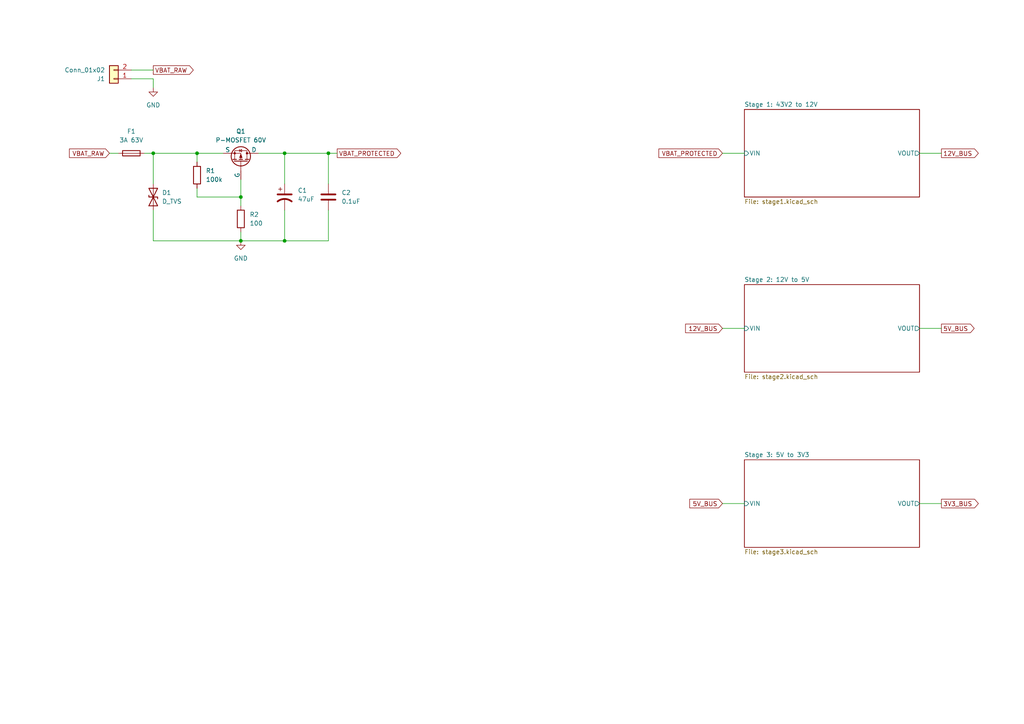
<source format=kicad_sch>
(kicad_sch
	(version 20250114)
	(generator "eeschema")
	(generator_version "9.0")
	(uuid "60722063-abcd-445d-bfe3-2bc3b4deef0d")
	(paper "A4")
	(title_block
		(title "Power Distribution Board - F25 Skateboard")
		(date "2025-10-05")
		(rev "v1")
		(company "Author: Leopoldo Mendoza")
	)
	(lib_symbols
		(symbol "Connector_Generic:Conn_01x02"
			(pin_names
				(offset 1.016)
				(hide yes)
			)
			(exclude_from_sim no)
			(in_bom yes)
			(on_board yes)
			(property "Reference" "J"
				(at 0 2.54 0)
				(effects
					(font
						(size 1.27 1.27)
					)
				)
			)
			(property "Value" "Conn_01x02"
				(at 0 -5.08 0)
				(effects
					(font
						(size 1.27 1.27)
					)
				)
			)
			(property "Footprint" ""
				(at 0 0 0)
				(effects
					(font
						(size 1.27 1.27)
					)
					(hide yes)
				)
			)
			(property "Datasheet" "~"
				(at 0 0 0)
				(effects
					(font
						(size 1.27 1.27)
					)
					(hide yes)
				)
			)
			(property "Description" "Generic connector, single row, 01x02, script generated (kicad-library-utils/schlib/autogen/connector/)"
				(at 0 0 0)
				(effects
					(font
						(size 1.27 1.27)
					)
					(hide yes)
				)
			)
			(property "ki_keywords" "connector"
				(at 0 0 0)
				(effects
					(font
						(size 1.27 1.27)
					)
					(hide yes)
				)
			)
			(property "ki_fp_filters" "Connector*:*_1x??_*"
				(at 0 0 0)
				(effects
					(font
						(size 1.27 1.27)
					)
					(hide yes)
				)
			)
			(symbol "Conn_01x02_1_1"
				(rectangle
					(start -1.27 1.27)
					(end 1.27 -3.81)
					(stroke
						(width 0.254)
						(type default)
					)
					(fill
						(type background)
					)
				)
				(rectangle
					(start -1.27 0.127)
					(end 0 -0.127)
					(stroke
						(width 0.1524)
						(type default)
					)
					(fill
						(type none)
					)
				)
				(rectangle
					(start -1.27 -2.413)
					(end 0 -2.667)
					(stroke
						(width 0.1524)
						(type default)
					)
					(fill
						(type none)
					)
				)
				(pin passive line
					(at -5.08 0 0)
					(length 3.81)
					(name "Pin_1"
						(effects
							(font
								(size 1.27 1.27)
							)
						)
					)
					(number "1"
						(effects
							(font
								(size 1.27 1.27)
							)
						)
					)
				)
				(pin passive line
					(at -5.08 -2.54 0)
					(length 3.81)
					(name "Pin_2"
						(effects
							(font
								(size 1.27 1.27)
							)
						)
					)
					(number "2"
						(effects
							(font
								(size 1.27 1.27)
							)
						)
					)
				)
			)
			(embedded_fonts no)
		)
		(symbol "Device:C"
			(pin_numbers
				(hide yes)
			)
			(pin_names
				(offset 0.254)
			)
			(exclude_from_sim no)
			(in_bom yes)
			(on_board yes)
			(property "Reference" "C"
				(at 0.635 2.54 0)
				(effects
					(font
						(size 1.27 1.27)
					)
					(justify left)
				)
			)
			(property "Value" "C"
				(at 0.635 -2.54 0)
				(effects
					(font
						(size 1.27 1.27)
					)
					(justify left)
				)
			)
			(property "Footprint" ""
				(at 0.9652 -3.81 0)
				(effects
					(font
						(size 1.27 1.27)
					)
					(hide yes)
				)
			)
			(property "Datasheet" "~"
				(at 0 0 0)
				(effects
					(font
						(size 1.27 1.27)
					)
					(hide yes)
				)
			)
			(property "Description" "Unpolarized capacitor"
				(at 0 0 0)
				(effects
					(font
						(size 1.27 1.27)
					)
					(hide yes)
				)
			)
			(property "ki_keywords" "cap capacitor"
				(at 0 0 0)
				(effects
					(font
						(size 1.27 1.27)
					)
					(hide yes)
				)
			)
			(property "ki_fp_filters" "C_*"
				(at 0 0 0)
				(effects
					(font
						(size 1.27 1.27)
					)
					(hide yes)
				)
			)
			(symbol "C_0_1"
				(polyline
					(pts
						(xy -2.032 0.762) (xy 2.032 0.762)
					)
					(stroke
						(width 0.508)
						(type default)
					)
					(fill
						(type none)
					)
				)
				(polyline
					(pts
						(xy -2.032 -0.762) (xy 2.032 -0.762)
					)
					(stroke
						(width 0.508)
						(type default)
					)
					(fill
						(type none)
					)
				)
			)
			(symbol "C_1_1"
				(pin passive line
					(at 0 3.81 270)
					(length 2.794)
					(name "~"
						(effects
							(font
								(size 1.27 1.27)
							)
						)
					)
					(number "1"
						(effects
							(font
								(size 1.27 1.27)
							)
						)
					)
				)
				(pin passive line
					(at 0 -3.81 90)
					(length 2.794)
					(name "~"
						(effects
							(font
								(size 1.27 1.27)
							)
						)
					)
					(number "2"
						(effects
							(font
								(size 1.27 1.27)
							)
						)
					)
				)
			)
			(embedded_fonts no)
		)
		(symbol "Device:C_Polarized_US"
			(pin_numbers
				(hide yes)
			)
			(pin_names
				(offset 0.254)
				(hide yes)
			)
			(exclude_from_sim no)
			(in_bom yes)
			(on_board yes)
			(property "Reference" "C"
				(at 0.635 2.54 0)
				(effects
					(font
						(size 1.27 1.27)
					)
					(justify left)
				)
			)
			(property "Value" "C_Polarized_US"
				(at 0.635 -2.54 0)
				(effects
					(font
						(size 1.27 1.27)
					)
					(justify left)
				)
			)
			(property "Footprint" ""
				(at 0 0 0)
				(effects
					(font
						(size 1.27 1.27)
					)
					(hide yes)
				)
			)
			(property "Datasheet" "~"
				(at 0 0 0)
				(effects
					(font
						(size 1.27 1.27)
					)
					(hide yes)
				)
			)
			(property "Description" "Polarized capacitor, US symbol"
				(at 0 0 0)
				(effects
					(font
						(size 1.27 1.27)
					)
					(hide yes)
				)
			)
			(property "ki_keywords" "cap capacitor"
				(at 0 0 0)
				(effects
					(font
						(size 1.27 1.27)
					)
					(hide yes)
				)
			)
			(property "ki_fp_filters" "CP_*"
				(at 0 0 0)
				(effects
					(font
						(size 1.27 1.27)
					)
					(hide yes)
				)
			)
			(symbol "C_Polarized_US_0_1"
				(polyline
					(pts
						(xy -2.032 0.762) (xy 2.032 0.762)
					)
					(stroke
						(width 0.508)
						(type default)
					)
					(fill
						(type none)
					)
				)
				(polyline
					(pts
						(xy -1.778 2.286) (xy -0.762 2.286)
					)
					(stroke
						(width 0)
						(type default)
					)
					(fill
						(type none)
					)
				)
				(polyline
					(pts
						(xy -1.27 1.778) (xy -1.27 2.794)
					)
					(stroke
						(width 0)
						(type default)
					)
					(fill
						(type none)
					)
				)
				(arc
					(start -2.032 -1.27)
					(mid 0 -0.5572)
					(end 2.032 -1.27)
					(stroke
						(width 0.508)
						(type default)
					)
					(fill
						(type none)
					)
				)
			)
			(symbol "C_Polarized_US_1_1"
				(pin passive line
					(at 0 3.81 270)
					(length 2.794)
					(name "~"
						(effects
							(font
								(size 1.27 1.27)
							)
						)
					)
					(number "1"
						(effects
							(font
								(size 1.27 1.27)
							)
						)
					)
				)
				(pin passive line
					(at 0 -3.81 90)
					(length 3.302)
					(name "~"
						(effects
							(font
								(size 1.27 1.27)
							)
						)
					)
					(number "2"
						(effects
							(font
								(size 1.27 1.27)
							)
						)
					)
				)
			)
			(embedded_fonts no)
		)
		(symbol "Device:D_TVS"
			(pin_numbers
				(hide yes)
			)
			(pin_names
				(offset 1.016)
				(hide yes)
			)
			(exclude_from_sim no)
			(in_bom yes)
			(on_board yes)
			(property "Reference" "D"
				(at 0 2.54 0)
				(effects
					(font
						(size 1.27 1.27)
					)
				)
			)
			(property "Value" "D_TVS"
				(at 0 -2.54 0)
				(effects
					(font
						(size 1.27 1.27)
					)
				)
			)
			(property "Footprint" ""
				(at 0 0 0)
				(effects
					(font
						(size 1.27 1.27)
					)
					(hide yes)
				)
			)
			(property "Datasheet" "~"
				(at 0 0 0)
				(effects
					(font
						(size 1.27 1.27)
					)
					(hide yes)
				)
			)
			(property "Description" "Bidirectional transient-voltage-suppression diode"
				(at 0 0 0)
				(effects
					(font
						(size 1.27 1.27)
					)
					(hide yes)
				)
			)
			(property "ki_keywords" "diode TVS thyrector"
				(at 0 0 0)
				(effects
					(font
						(size 1.27 1.27)
					)
					(hide yes)
				)
			)
			(property "ki_fp_filters" "TO-???* *_Diode_* *SingleDiode* D_*"
				(at 0 0 0)
				(effects
					(font
						(size 1.27 1.27)
					)
					(hide yes)
				)
			)
			(symbol "D_TVS_0_1"
				(polyline
					(pts
						(xy -2.54 1.27) (xy -2.54 -1.27) (xy 2.54 1.27) (xy 2.54 -1.27) (xy -2.54 1.27)
					)
					(stroke
						(width 0.254)
						(type default)
					)
					(fill
						(type none)
					)
				)
				(polyline
					(pts
						(xy 0.508 1.27) (xy 0 1.27) (xy 0 -1.27) (xy -0.508 -1.27)
					)
					(stroke
						(width 0.254)
						(type default)
					)
					(fill
						(type none)
					)
				)
				(polyline
					(pts
						(xy 1.27 0) (xy -1.27 0)
					)
					(stroke
						(width 0)
						(type default)
					)
					(fill
						(type none)
					)
				)
			)
			(symbol "D_TVS_1_1"
				(pin passive line
					(at -3.81 0 0)
					(length 2.54)
					(name "A1"
						(effects
							(font
								(size 1.27 1.27)
							)
						)
					)
					(number "1"
						(effects
							(font
								(size 1.27 1.27)
							)
						)
					)
				)
				(pin passive line
					(at 3.81 0 180)
					(length 2.54)
					(name "A2"
						(effects
							(font
								(size 1.27 1.27)
							)
						)
					)
					(number "2"
						(effects
							(font
								(size 1.27 1.27)
							)
						)
					)
				)
			)
			(embedded_fonts no)
		)
		(symbol "Device:Fuse"
			(pin_numbers
				(hide yes)
			)
			(pin_names
				(offset 0)
			)
			(exclude_from_sim no)
			(in_bom yes)
			(on_board yes)
			(property "Reference" "F"
				(at 2.032 0 90)
				(effects
					(font
						(size 1.27 1.27)
					)
				)
			)
			(property "Value" "Fuse"
				(at -1.905 0 90)
				(effects
					(font
						(size 1.27 1.27)
					)
				)
			)
			(property "Footprint" ""
				(at -1.778 0 90)
				(effects
					(font
						(size 1.27 1.27)
					)
					(hide yes)
				)
			)
			(property "Datasheet" "~"
				(at 0 0 0)
				(effects
					(font
						(size 1.27 1.27)
					)
					(hide yes)
				)
			)
			(property "Description" "Fuse"
				(at 0 0 0)
				(effects
					(font
						(size 1.27 1.27)
					)
					(hide yes)
				)
			)
			(property "ki_keywords" "fuse"
				(at 0 0 0)
				(effects
					(font
						(size 1.27 1.27)
					)
					(hide yes)
				)
			)
			(property "ki_fp_filters" "*Fuse*"
				(at 0 0 0)
				(effects
					(font
						(size 1.27 1.27)
					)
					(hide yes)
				)
			)
			(symbol "Fuse_0_1"
				(rectangle
					(start -0.762 -2.54)
					(end 0.762 2.54)
					(stroke
						(width 0.254)
						(type default)
					)
					(fill
						(type none)
					)
				)
				(polyline
					(pts
						(xy 0 2.54) (xy 0 -2.54)
					)
					(stroke
						(width 0)
						(type default)
					)
					(fill
						(type none)
					)
				)
			)
			(symbol "Fuse_1_1"
				(pin passive line
					(at 0 3.81 270)
					(length 1.27)
					(name "~"
						(effects
							(font
								(size 1.27 1.27)
							)
						)
					)
					(number "1"
						(effects
							(font
								(size 1.27 1.27)
							)
						)
					)
				)
				(pin passive line
					(at 0 -3.81 90)
					(length 1.27)
					(name "~"
						(effects
							(font
								(size 1.27 1.27)
							)
						)
					)
					(number "2"
						(effects
							(font
								(size 1.27 1.27)
							)
						)
					)
				)
			)
			(embedded_fonts no)
		)
		(symbol "Device:Q_PMOS"
			(pin_numbers
				(hide yes)
			)
			(pin_names
				(offset 0)
			)
			(exclude_from_sim no)
			(in_bom yes)
			(on_board yes)
			(property "Reference" "Q"
				(at 5.08 1.27 0)
				(effects
					(font
						(size 1.27 1.27)
					)
					(justify left)
				)
			)
			(property "Value" "Q_PMOS"
				(at 5.08 -1.27 0)
				(effects
					(font
						(size 1.27 1.27)
					)
					(justify left)
				)
			)
			(property "Footprint" ""
				(at 5.08 2.54 0)
				(effects
					(font
						(size 1.27 1.27)
					)
					(hide yes)
				)
			)
			(property "Datasheet" "~"
				(at 0 0 0)
				(effects
					(font
						(size 1.27 1.27)
					)
					(hide yes)
				)
			)
			(property "Description" "P-MOSFET transistor"
				(at 0 0 0)
				(effects
					(font
						(size 1.27 1.27)
					)
					(hide yes)
				)
			)
			(property "ki_keywords" "PMOS P-MOS"
				(at 0 0 0)
				(effects
					(font
						(size 1.27 1.27)
					)
					(hide yes)
				)
			)
			(symbol "Q_PMOS_0_1"
				(polyline
					(pts
						(xy 0.254 1.905) (xy 0.254 -1.905)
					)
					(stroke
						(width 0.254)
						(type default)
					)
					(fill
						(type none)
					)
				)
				(polyline
					(pts
						(xy 0.254 0) (xy -2.54 0)
					)
					(stroke
						(width 0)
						(type default)
					)
					(fill
						(type none)
					)
				)
				(polyline
					(pts
						(xy 0.762 2.286) (xy 0.762 1.27)
					)
					(stroke
						(width 0.254)
						(type default)
					)
					(fill
						(type none)
					)
				)
				(polyline
					(pts
						(xy 0.762 1.778) (xy 3.302 1.778) (xy 3.302 -1.778) (xy 0.762 -1.778)
					)
					(stroke
						(width 0)
						(type default)
					)
					(fill
						(type none)
					)
				)
				(polyline
					(pts
						(xy 0.762 0.508) (xy 0.762 -0.508)
					)
					(stroke
						(width 0.254)
						(type default)
					)
					(fill
						(type none)
					)
				)
				(polyline
					(pts
						(xy 0.762 -1.27) (xy 0.762 -2.286)
					)
					(stroke
						(width 0.254)
						(type default)
					)
					(fill
						(type none)
					)
				)
				(circle
					(center 1.651 0)
					(radius 2.794)
					(stroke
						(width 0.254)
						(type default)
					)
					(fill
						(type none)
					)
				)
				(polyline
					(pts
						(xy 2.286 0) (xy 1.27 0.381) (xy 1.27 -0.381) (xy 2.286 0)
					)
					(stroke
						(width 0)
						(type default)
					)
					(fill
						(type outline)
					)
				)
				(polyline
					(pts
						(xy 2.54 2.54) (xy 2.54 1.778)
					)
					(stroke
						(width 0)
						(type default)
					)
					(fill
						(type none)
					)
				)
				(circle
					(center 2.54 1.778)
					(radius 0.254)
					(stroke
						(width 0)
						(type default)
					)
					(fill
						(type outline)
					)
				)
				(circle
					(center 2.54 -1.778)
					(radius 0.254)
					(stroke
						(width 0)
						(type default)
					)
					(fill
						(type outline)
					)
				)
				(polyline
					(pts
						(xy 2.54 -2.54) (xy 2.54 0) (xy 0.762 0)
					)
					(stroke
						(width 0)
						(type default)
					)
					(fill
						(type none)
					)
				)
				(polyline
					(pts
						(xy 2.921 -0.381) (xy 3.683 -0.381)
					)
					(stroke
						(width 0)
						(type default)
					)
					(fill
						(type none)
					)
				)
				(polyline
					(pts
						(xy 3.302 -0.381) (xy 2.921 0.254) (xy 3.683 0.254) (xy 3.302 -0.381)
					)
					(stroke
						(width 0)
						(type default)
					)
					(fill
						(type none)
					)
				)
			)
			(symbol "Q_PMOS_1_1"
				(pin input line
					(at -5.08 0 0)
					(length 2.54)
					(name "G"
						(effects
							(font
								(size 1.27 1.27)
							)
						)
					)
					(number "G"
						(effects
							(font
								(size 1.27 1.27)
							)
						)
					)
				)
				(pin passive line
					(at 2.54 5.08 270)
					(length 2.54)
					(name "D"
						(effects
							(font
								(size 1.27 1.27)
							)
						)
					)
					(number "D"
						(effects
							(font
								(size 1.27 1.27)
							)
						)
					)
				)
				(pin passive line
					(at 2.54 -5.08 90)
					(length 2.54)
					(name "S"
						(effects
							(font
								(size 1.27 1.27)
							)
						)
					)
					(number "S"
						(effects
							(font
								(size 1.27 1.27)
							)
						)
					)
				)
			)
			(embedded_fonts no)
		)
		(symbol "Device:R"
			(pin_numbers
				(hide yes)
			)
			(pin_names
				(offset 0)
			)
			(exclude_from_sim no)
			(in_bom yes)
			(on_board yes)
			(property "Reference" "R"
				(at 2.032 0 90)
				(effects
					(font
						(size 1.27 1.27)
					)
				)
			)
			(property "Value" "R"
				(at 0 0 90)
				(effects
					(font
						(size 1.27 1.27)
					)
				)
			)
			(property "Footprint" ""
				(at -1.778 0 90)
				(effects
					(font
						(size 1.27 1.27)
					)
					(hide yes)
				)
			)
			(property "Datasheet" "~"
				(at 0 0 0)
				(effects
					(font
						(size 1.27 1.27)
					)
					(hide yes)
				)
			)
			(property "Description" "Resistor"
				(at 0 0 0)
				(effects
					(font
						(size 1.27 1.27)
					)
					(hide yes)
				)
			)
			(property "ki_keywords" "R res resistor"
				(at 0 0 0)
				(effects
					(font
						(size 1.27 1.27)
					)
					(hide yes)
				)
			)
			(property "ki_fp_filters" "R_*"
				(at 0 0 0)
				(effects
					(font
						(size 1.27 1.27)
					)
					(hide yes)
				)
			)
			(symbol "R_0_1"
				(rectangle
					(start -1.016 -2.54)
					(end 1.016 2.54)
					(stroke
						(width 0.254)
						(type default)
					)
					(fill
						(type none)
					)
				)
			)
			(symbol "R_1_1"
				(pin passive line
					(at 0 3.81 270)
					(length 1.27)
					(name "~"
						(effects
							(font
								(size 1.27 1.27)
							)
						)
					)
					(number "1"
						(effects
							(font
								(size 1.27 1.27)
							)
						)
					)
				)
				(pin passive line
					(at 0 -3.81 90)
					(length 1.27)
					(name "~"
						(effects
							(font
								(size 1.27 1.27)
							)
						)
					)
					(number "2"
						(effects
							(font
								(size 1.27 1.27)
							)
						)
					)
				)
			)
			(embedded_fonts no)
		)
		(symbol "power:GND"
			(power)
			(pin_numbers
				(hide yes)
			)
			(pin_names
				(offset 0)
				(hide yes)
			)
			(exclude_from_sim no)
			(in_bom yes)
			(on_board yes)
			(property "Reference" "#PWR"
				(at 0 -6.35 0)
				(effects
					(font
						(size 1.27 1.27)
					)
					(hide yes)
				)
			)
			(property "Value" "GND"
				(at 0 -3.81 0)
				(effects
					(font
						(size 1.27 1.27)
					)
				)
			)
			(property "Footprint" ""
				(at 0 0 0)
				(effects
					(font
						(size 1.27 1.27)
					)
					(hide yes)
				)
			)
			(property "Datasheet" ""
				(at 0 0 0)
				(effects
					(font
						(size 1.27 1.27)
					)
					(hide yes)
				)
			)
			(property "Description" "Power symbol creates a global label with name \"GND\" , ground"
				(at 0 0 0)
				(effects
					(font
						(size 1.27 1.27)
					)
					(hide yes)
				)
			)
			(property "ki_keywords" "global power"
				(at 0 0 0)
				(effects
					(font
						(size 1.27 1.27)
					)
					(hide yes)
				)
			)
			(symbol "GND_0_1"
				(polyline
					(pts
						(xy 0 0) (xy 0 -1.27) (xy 1.27 -1.27) (xy 0 -2.54) (xy -1.27 -1.27) (xy 0 -1.27)
					)
					(stroke
						(width 0)
						(type default)
					)
					(fill
						(type none)
					)
				)
			)
			(symbol "GND_1_1"
				(pin power_in line
					(at 0 0 270)
					(length 0)
					(name "~"
						(effects
							(font
								(size 1.27 1.27)
							)
						)
					)
					(number "1"
						(effects
							(font
								(size 1.27 1.27)
							)
						)
					)
				)
			)
			(embedded_fonts no)
		)
	)
	(junction
		(at 69.85 57.15)
		(diameter 0)
		(color 0 0 0 0)
		(uuid "13d52972-7ad0-4a07-a582-f82ff0f58ff6")
	)
	(junction
		(at 57.15 44.45)
		(diameter 0)
		(color 0 0 0 0)
		(uuid "1f159e1a-97b8-4c13-bc7d-b66cf63d23a9")
	)
	(junction
		(at 69.85 69.85)
		(diameter 0)
		(color 0 0 0 0)
		(uuid "25c762fd-2cee-4b7f-a431-4b20db4363df")
	)
	(junction
		(at 44.45 44.45)
		(diameter 0)
		(color 0 0 0 0)
		(uuid "6812993c-62df-43e7-b930-1a194332d500")
	)
	(junction
		(at 82.55 44.45)
		(diameter 0)
		(color 0 0 0 0)
		(uuid "6a7cf584-ea9f-4a66-b50e-6d35b0512c0f")
	)
	(junction
		(at 95.25 44.45)
		(diameter 0)
		(color 0 0 0 0)
		(uuid "71e64703-c06d-4430-a219-e2744b8efcce")
	)
	(junction
		(at 82.55 69.85)
		(diameter 0)
		(color 0 0 0 0)
		(uuid "c0ce3288-cce4-4fcb-9277-886df8dcec58")
	)
	(wire
		(pts
			(xy 57.15 54.61) (xy 57.15 57.15)
		)
		(stroke
			(width 0)
			(type default)
		)
		(uuid "0dfb8895-56a6-4a7a-be40-7b920718d822")
	)
	(wire
		(pts
			(xy 69.85 69.85) (xy 82.55 69.85)
		)
		(stroke
			(width 0)
			(type default)
		)
		(uuid "15d3b195-6b5f-414b-a7fe-099365ba1e62")
	)
	(wire
		(pts
			(xy 69.85 67.31) (xy 69.85 69.85)
		)
		(stroke
			(width 0)
			(type default)
		)
		(uuid "1f943bcb-9254-42dc-857b-d1c6fcb8ffb6")
	)
	(wire
		(pts
			(xy 266.7 44.45) (xy 273.05 44.45)
		)
		(stroke
			(width 0)
			(type default)
		)
		(uuid "24dc4ead-b341-4578-9d3b-f40314d072de")
	)
	(wire
		(pts
			(xy 41.91 44.45) (xy 44.45 44.45)
		)
		(stroke
			(width 0)
			(type default)
		)
		(uuid "2f10ff26-9317-4371-b385-0715c1fe24c9")
	)
	(wire
		(pts
			(xy 209.55 44.45) (xy 215.9 44.45)
		)
		(stroke
			(width 0)
			(type default)
		)
		(uuid "37db0a94-42ab-4543-a990-70854f415875")
	)
	(wire
		(pts
			(xy 44.45 44.45) (xy 57.15 44.45)
		)
		(stroke
			(width 0)
			(type default)
		)
		(uuid "40bd6682-db52-4c35-85a5-b3d4091f51d3")
	)
	(wire
		(pts
			(xy 266.7 95.25) (xy 273.05 95.25)
		)
		(stroke
			(width 0)
			(type default)
		)
		(uuid "531e194a-65e8-4702-bb75-54ba23500e73")
	)
	(wire
		(pts
			(xy 44.45 20.32) (xy 38.1 20.32)
		)
		(stroke
			(width 0)
			(type default)
		)
		(uuid "5696b473-2e37-4aa1-8e08-2e6dd1812450")
	)
	(wire
		(pts
			(xy 95.25 60.96) (xy 95.25 69.85)
		)
		(stroke
			(width 0)
			(type default)
		)
		(uuid "6298f1e8-560b-4133-b619-5c39ed9d9dd0")
	)
	(wire
		(pts
			(xy 95.25 44.45) (xy 97.79 44.45)
		)
		(stroke
			(width 0)
			(type default)
		)
		(uuid "67b213e1-85fe-47c8-8d35-c58a6f391c21")
	)
	(wire
		(pts
			(xy 209.55 146.05) (xy 215.9 146.05)
		)
		(stroke
			(width 0)
			(type default)
		)
		(uuid "6db42b3a-a512-4636-b736-312eee0ddadf")
	)
	(wire
		(pts
			(xy 95.25 44.45) (xy 95.25 53.34)
		)
		(stroke
			(width 0)
			(type default)
		)
		(uuid "6f2eac93-014b-4514-b0e0-4c4741bf13f5")
	)
	(wire
		(pts
			(xy 82.55 69.85) (xy 95.25 69.85)
		)
		(stroke
			(width 0)
			(type default)
		)
		(uuid "7353978c-15ae-4145-b485-9120f19e8f81")
	)
	(wire
		(pts
			(xy 44.45 22.86) (xy 38.1 22.86)
		)
		(stroke
			(width 0)
			(type default)
		)
		(uuid "7da1d549-bbae-4f33-9a52-fc15fe9828bd")
	)
	(wire
		(pts
			(xy 44.45 22.86) (xy 44.45 25.4)
		)
		(stroke
			(width 0)
			(type default)
		)
		(uuid "8370914c-8cca-4c6d-8600-554a0ad3c174")
	)
	(wire
		(pts
			(xy 31.75 44.45) (xy 34.29 44.45)
		)
		(stroke
			(width 0)
			(type default)
		)
		(uuid "84ff8d69-0dfa-44c2-8351-a2c4c0b896f3")
	)
	(wire
		(pts
			(xy 82.55 44.45) (xy 82.55 53.34)
		)
		(stroke
			(width 0)
			(type default)
		)
		(uuid "9d6bbe44-ce2a-4d9e-8fb1-f3675b0ade98")
	)
	(wire
		(pts
			(xy 69.85 52.07) (xy 69.85 57.15)
		)
		(stroke
			(width 0)
			(type default)
		)
		(uuid "9f89cdcb-78ff-4dd8-b7c0-e308d8df68a3")
	)
	(wire
		(pts
			(xy 44.45 69.85) (xy 69.85 69.85)
		)
		(stroke
			(width 0)
			(type default)
		)
		(uuid "a8a3fa41-0681-421e-b652-e0500ae883a7")
	)
	(wire
		(pts
			(xy 209.55 95.25) (xy 215.9 95.25)
		)
		(stroke
			(width 0)
			(type default)
		)
		(uuid "a9ece3e5-cf1e-4a3c-810d-017b7026d6ed")
	)
	(wire
		(pts
			(xy 44.45 60.96) (xy 44.45 69.85)
		)
		(stroke
			(width 0)
			(type default)
		)
		(uuid "ab9b98c0-c7a1-4328-aa36-43233c5c33c3")
	)
	(wire
		(pts
			(xy 266.7 146.05) (xy 273.05 146.05)
		)
		(stroke
			(width 0)
			(type default)
		)
		(uuid "ae4a3297-b918-423a-b99b-8a492645e08f")
	)
	(wire
		(pts
			(xy 69.85 57.15) (xy 69.85 59.69)
		)
		(stroke
			(width 0)
			(type default)
		)
		(uuid "bb81f63a-a5d0-4ed5-8f63-ebb4e6829136")
	)
	(wire
		(pts
			(xy 57.15 57.15) (xy 69.85 57.15)
		)
		(stroke
			(width 0)
			(type default)
		)
		(uuid "cf2aef1c-dc70-487b-a407-0fc6d6ab6b4f")
	)
	(wire
		(pts
			(xy 44.45 44.45) (xy 44.45 53.34)
		)
		(stroke
			(width 0)
			(type default)
		)
		(uuid "d6101090-f729-4eac-8ae8-611b2111f54a")
	)
	(wire
		(pts
			(xy 82.55 60.96) (xy 82.55 69.85)
		)
		(stroke
			(width 0)
			(type default)
		)
		(uuid "d859cbec-a72b-4c62-87d0-c3a9fcb25bbe")
	)
	(wire
		(pts
			(xy 57.15 44.45) (xy 64.77 44.45)
		)
		(stroke
			(width 0)
			(type default)
		)
		(uuid "db142f30-8228-4440-a14c-bebc75257411")
	)
	(wire
		(pts
			(xy 82.55 44.45) (xy 95.25 44.45)
		)
		(stroke
			(width 0)
			(type default)
		)
		(uuid "e356a5ef-8eb2-4d64-aa0f-3bda95d4b7e7")
	)
	(wire
		(pts
			(xy 74.93 44.45) (xy 82.55 44.45)
		)
		(stroke
			(width 0)
			(type default)
		)
		(uuid "ef009c67-15be-47c0-b783-7a6ce7f6f27b")
	)
	(wire
		(pts
			(xy 57.15 44.45) (xy 57.15 46.99)
		)
		(stroke
			(width 0)
			(type default)
		)
		(uuid "f2b59d03-e8c3-42e9-b62d-aceca0214514")
	)
	(global_label "12V_BUS"
		(shape output)
		(at 273.05 44.45 0)
		(fields_autoplaced yes)
		(effects
			(font
				(size 1.27 1.27)
			)
			(justify left)
		)
		(uuid "30fd414c-54c2-49b6-8977-8fba47b35a0d")
		(property "Intersheetrefs" "${INTERSHEET_REFS}"
			(at 284.3204 44.45 0)
			(effects
				(font
					(size 1.27 1.27)
				)
				(justify left)
				(hide yes)
			)
		)
	)
	(global_label "VBAT_RAW"
		(shape input)
		(at 31.75 44.45 180)
		(fields_autoplaced yes)
		(effects
			(font
				(size 1.27 1.27)
			)
			(justify right)
		)
		(uuid "4a8e2536-9922-4c96-8913-c73cde89dec6")
		(property "Intersheetrefs" "${INTERSHEET_REFS}"
			(at 19.5724 44.45 0)
			(effects
				(font
					(size 1.27 1.27)
				)
				(justify right)
				(hide yes)
			)
		)
	)
	(global_label "VBAT_RAW"
		(shape output)
		(at 44.45 20.32 0)
		(fields_autoplaced yes)
		(effects
			(font
				(size 1.27 1.27)
			)
			(justify left)
		)
		(uuid "5c02c6b7-5440-4f77-b06d-9fa8f80f86c8")
		(property "Intersheetrefs" "${INTERSHEET_REFS}"
			(at 56.6276 20.32 0)
			(effects
				(font
					(size 1.27 1.27)
				)
				(justify left)
				(hide yes)
			)
		)
	)
	(global_label "5V_BUS"
		(shape input)
		(at 209.55 146.05 180)
		(fields_autoplaced yes)
		(effects
			(font
				(size 1.27 1.27)
			)
			(justify right)
		)
		(uuid "86bf9c36-a1b7-40d1-b50e-762fd38894dc")
		(property "Intersheetrefs" "${INTERSHEET_REFS}"
			(at 190.5387 146.05 0)
			(effects
				(font
					(size 1.27 1.27)
				)
				(justify right)
				(hide yes)
			)
		)
	)
	(global_label "3V3_BUS"
		(shape output)
		(at 273.05 146.05 0)
		(fields_autoplaced yes)
		(effects
			(font
				(size 1.27 1.27)
			)
			(justify left)
		)
		(uuid "a736fc56-1814-423d-8505-3ccf3f7ab544")
		(property "Intersheetrefs" "${INTERSHEET_REFS}"
			(at 284.3204 146.05 0)
			(effects
				(font
					(size 1.27 1.27)
				)
				(justify left)
				(hide yes)
			)
		)
	)
	(global_label "VBAT_PROTECTED"
		(shape output)
		(at 97.79 44.45 0)
		(fields_autoplaced yes)
		(effects
			(font
				(size 1.27 1.27)
			)
			(justify left)
		)
		(uuid "b1c75678-a228-4215-aec2-f224fc7f0f29")
		(property "Intersheetrefs" "${INTERSHEET_REFS}"
			(at 116.8013 44.45 0)
			(effects
				(font
					(size 1.27 1.27)
				)
				(justify left)
				(hide yes)
			)
		)
	)
	(global_label "VBAT_PROTECTED"
		(shape input)
		(at 209.55 44.45 180)
		(fields_autoplaced yes)
		(effects
			(font
				(size 1.27 1.27)
			)
			(justify right)
		)
		(uuid "b6729e02-7b89-4960-98cb-ee67a29b3d19")
		(property "Intersheetrefs" "${INTERSHEET_REFS}"
			(at 190.5387 44.45 0)
			(effects
				(font
					(size 1.27 1.27)
				)
				(justify right)
				(hide yes)
			)
		)
	)
	(global_label "12V_BUS"
		(shape input)
		(at 209.55 95.25 180)
		(fields_autoplaced yes)
		(effects
			(font
				(size 1.27 1.27)
			)
			(justify right)
		)
		(uuid "bab32e12-2472-4b1d-8b21-5410a00ff140")
		(property "Intersheetrefs" "${INTERSHEET_REFS}"
			(at 190.5387 95.25 0)
			(effects
				(font
					(size 1.27 1.27)
				)
				(justify right)
				(hide yes)
			)
		)
	)
	(global_label "5V_BUS"
		(shape output)
		(at 273.05 95.25 0)
		(fields_autoplaced yes)
		(effects
			(font
				(size 1.27 1.27)
			)
			(justify left)
		)
		(uuid "f57c3dee-5fb2-4cf7-a651-816d5553c663")
		(property "Intersheetrefs" "${INTERSHEET_REFS}"
			(at 284.3204 95.25 0)
			(effects
				(font
					(size 1.27 1.27)
				)
				(justify left)
				(hide yes)
			)
		)
	)
	(symbol
		(lib_id "Connector_Generic:Conn_01x02")
		(at 33.02 22.86 180)
		(unit 1)
		(exclude_from_sim no)
		(in_bom yes)
		(on_board yes)
		(dnp no)
		(uuid "00a5314b-e564-4397-aba1-83a0de400e4e")
		(property "Reference" "J1"
			(at 30.48 22.8601 0)
			(effects
				(font
					(size 1.27 1.27)
				)
				(justify left)
			)
		)
		(property "Value" "Conn_01x02"
			(at 30.48 20.3201 0)
			(effects
				(font
					(size 1.27 1.27)
				)
				(justify left)
			)
		)
		(property "Footprint" "Connector_AMASS:AMASS_XT30UPB-M_1x02_P5.0mm_Vertical"
			(at 33.02 22.86 0)
			(effects
				(font
					(size 1.27 1.27)
				)
				(hide yes)
			)
		)
		(property "Datasheet" "~"
			(at 33.02 22.86 0)
			(effects
				(font
					(size 1.27 1.27)
				)
				(hide yes)
			)
		)
		(property "Description" "Generic connector, single row, 01x02, script generated (kicad-library-utils/schlib/autogen/connector/)"
			(at 33.02 22.86 0)
			(effects
				(font
					(size 1.27 1.27)
				)
				(hide yes)
			)
		)
		(pin "1"
			(uuid "31cc4fef-f80f-4ce7-8ce0-fdaac1b27661")
		)
		(pin "2"
			(uuid "1a7a864d-e5a8-4d51-bb3a-75fc4f34615d")
		)
		(instances
			(project ""
				(path "/60722063-abcd-445d-bfe3-2bc3b4deef0d"
					(reference "J1")
					(unit 1)
				)
			)
		)
	)
	(symbol
		(lib_id "Device:D_TVS")
		(at 44.45 57.15 90)
		(unit 1)
		(exclude_from_sim no)
		(in_bom yes)
		(on_board yes)
		(dnp no)
		(fields_autoplaced yes)
		(uuid "2c88b229-7541-4f99-b65b-84bc3801ccb4")
		(property "Reference" "D1"
			(at 46.99 55.8799 90)
			(effects
				(font
					(size 1.27 1.27)
				)
				(justify right)
			)
		)
		(property "Value" "D_TVS"
			(at 46.99 58.4199 90)
			(effects
				(font
					(size 1.27 1.27)
				)
				(justify right)
			)
		)
		(property "Footprint" ""
			(at 44.45 57.15 0)
			(effects
				(font
					(size 1.27 1.27)
				)
				(hide yes)
			)
		)
		(property "Datasheet" "~"
			(at 44.45 57.15 0)
			(effects
				(font
					(size 1.27 1.27)
				)
				(hide yes)
			)
		)
		(property "Description" "Bidirectional transient-voltage-suppression diode"
			(at 44.45 57.15 0)
			(effects
				(font
					(size 1.27 1.27)
				)
				(hide yes)
			)
		)
		(pin "2"
			(uuid "92153e80-612c-4ed9-9460-f5ae642704b8")
		)
		(pin "1"
			(uuid "18fe3d82-5ff8-4a68-ab23-bdaceca8cdc7")
		)
		(instances
			(project ""
				(path "/60722063-abcd-445d-bfe3-2bc3b4deef0d"
					(reference "D1")
					(unit 1)
				)
			)
		)
	)
	(symbol
		(lib_id "power:GND")
		(at 44.45 25.4 0)
		(mirror y)
		(unit 1)
		(exclude_from_sim no)
		(in_bom yes)
		(on_board yes)
		(dnp no)
		(fields_autoplaced yes)
		(uuid "5b0c6b11-2864-482c-a06a-391c03fc827c")
		(property "Reference" "#PWR01"
			(at 44.45 31.75 0)
			(effects
				(font
					(size 1.27 1.27)
				)
				(hide yes)
			)
		)
		(property "Value" "GND"
			(at 44.45 30.48 0)
			(effects
				(font
					(size 1.27 1.27)
				)
			)
		)
		(property "Footprint" ""
			(at 44.45 25.4 0)
			(effects
				(font
					(size 1.27 1.27)
				)
				(hide yes)
			)
		)
		(property "Datasheet" ""
			(at 44.45 25.4 0)
			(effects
				(font
					(size 1.27 1.27)
				)
				(hide yes)
			)
		)
		(property "Description" "Power symbol creates a global label with name \"GND\" , ground"
			(at 44.45 25.4 0)
			(effects
				(font
					(size 1.27 1.27)
				)
				(hide yes)
			)
		)
		(pin "1"
			(uuid "fbf1fb31-74da-4c40-ab02-1df76ad49fb0")
		)
		(instances
			(project ""
				(path "/60722063-abcd-445d-bfe3-2bc3b4deef0d"
					(reference "#PWR01")
					(unit 1)
				)
			)
		)
	)
	(symbol
		(lib_id "Device:R")
		(at 69.85 63.5 0)
		(unit 1)
		(exclude_from_sim no)
		(in_bom yes)
		(on_board yes)
		(dnp no)
		(fields_autoplaced yes)
		(uuid "8d8adfd0-5e3d-4090-8120-b00fae2b11f9")
		(property "Reference" "R2"
			(at 72.39 62.2299 0)
			(effects
				(font
					(size 1.27 1.27)
				)
				(justify left)
			)
		)
		(property "Value" "100"
			(at 72.39 64.7699 0)
			(effects
				(font
					(size 1.27 1.27)
				)
				(justify left)
			)
		)
		(property "Footprint" ""
			(at 68.072 63.5 90)
			(effects
				(font
					(size 1.27 1.27)
				)
				(hide yes)
			)
		)
		(property "Datasheet" "~"
			(at 69.85 63.5 0)
			(effects
				(font
					(size 1.27 1.27)
				)
				(hide yes)
			)
		)
		(property "Description" "Resistor"
			(at 69.85 63.5 0)
			(effects
				(font
					(size 1.27 1.27)
				)
				(hide yes)
			)
		)
		(pin "1"
			(uuid "76299e1e-303f-4bf3-8bc1-a969e4dbb497")
		)
		(pin "2"
			(uuid "ea8d70bf-82d8-4586-b589-a848386e0307")
		)
		(instances
			(project ""
				(path "/60722063-abcd-445d-bfe3-2bc3b4deef0d"
					(reference "R2")
					(unit 1)
				)
			)
		)
	)
	(symbol
		(lib_id "Device:C_Polarized_US")
		(at 82.55 57.15 0)
		(unit 1)
		(exclude_from_sim no)
		(in_bom yes)
		(on_board yes)
		(dnp no)
		(fields_autoplaced yes)
		(uuid "98af1ee5-2a74-467b-858a-6fb0f325de14")
		(property "Reference" "C1"
			(at 86.36 55.2449 0)
			(effects
				(font
					(size 1.27 1.27)
				)
				(justify left)
			)
		)
		(property "Value" "47uF"
			(at 86.36 57.7849 0)
			(effects
				(font
					(size 1.27 1.27)
				)
				(justify left)
			)
		)
		(property "Footprint" ""
			(at 82.55 57.15 0)
			(effects
				(font
					(size 1.27 1.27)
				)
				(hide yes)
			)
		)
		(property "Datasheet" "~"
			(at 82.55 57.15 0)
			(effects
				(font
					(size 1.27 1.27)
				)
				(hide yes)
			)
		)
		(property "Description" "Polarized capacitor, US symbol"
			(at 82.55 57.15 0)
			(effects
				(font
					(size 1.27 1.27)
				)
				(hide yes)
			)
		)
		(pin "2"
			(uuid "52cfbfc9-7a6a-4b58-8c97-c76c2879454a")
		)
		(pin "1"
			(uuid "ae2326bd-885f-438d-bbe1-230620b21236")
		)
		(instances
			(project ""
				(path "/60722063-abcd-445d-bfe3-2bc3b4deef0d"
					(reference "C1")
					(unit 1)
				)
			)
		)
	)
	(symbol
		(lib_id "Device:R")
		(at 57.15 50.8 0)
		(unit 1)
		(exclude_from_sim no)
		(in_bom yes)
		(on_board yes)
		(dnp no)
		(fields_autoplaced yes)
		(uuid "a7547a90-84c6-4a4a-992f-43a6e3e0db65")
		(property "Reference" "R1"
			(at 59.69 49.5299 0)
			(effects
				(font
					(size 1.27 1.27)
				)
				(justify left)
			)
		)
		(property "Value" "100k"
			(at 59.69 52.0699 0)
			(effects
				(font
					(size 1.27 1.27)
				)
				(justify left)
			)
		)
		(property "Footprint" ""
			(at 55.372 50.8 90)
			(effects
				(font
					(size 1.27 1.27)
				)
				(hide yes)
			)
		)
		(property "Datasheet" "~"
			(at 57.15 50.8 0)
			(effects
				(font
					(size 1.27 1.27)
				)
				(hide yes)
			)
		)
		(property "Description" "Resistor"
			(at 57.15 50.8 0)
			(effects
				(font
					(size 1.27 1.27)
				)
				(hide yes)
			)
		)
		(pin "2"
			(uuid "0f69bd0e-610e-4e0c-a1eb-7eb8431f2d4a")
		)
		(pin "1"
			(uuid "da0b72b5-8d7c-48f7-9611-95b71f8a1c03")
		)
		(instances
			(project ""
				(path "/60722063-abcd-445d-bfe3-2bc3b4deef0d"
					(reference "R1")
					(unit 1)
				)
			)
		)
	)
	(symbol
		(lib_id "Device:C")
		(at 95.25 57.15 0)
		(unit 1)
		(exclude_from_sim no)
		(in_bom yes)
		(on_board yes)
		(dnp no)
		(fields_autoplaced yes)
		(uuid "af621999-caaa-4b43-bc00-39c771cb0a25")
		(property "Reference" "C2"
			(at 99.06 55.8799 0)
			(effects
				(font
					(size 1.27 1.27)
				)
				(justify left)
			)
		)
		(property "Value" "0.1uF"
			(at 99.06 58.4199 0)
			(effects
				(font
					(size 1.27 1.27)
				)
				(justify left)
			)
		)
		(property "Footprint" ""
			(at 96.2152 60.96 0)
			(effects
				(font
					(size 1.27 1.27)
				)
				(hide yes)
			)
		)
		(property "Datasheet" "~"
			(at 95.25 57.15 0)
			(effects
				(font
					(size 1.27 1.27)
				)
				(hide yes)
			)
		)
		(property "Description" "Unpolarized capacitor"
			(at 95.25 57.15 0)
			(effects
				(font
					(size 1.27 1.27)
				)
				(hide yes)
			)
		)
		(pin "2"
			(uuid "7b4a8a20-e7f7-42bd-bf02-8b08da1adab6")
		)
		(pin "1"
			(uuid "ffffe5f8-0af6-4f68-811f-469d1ceb39fa")
		)
		(instances
			(project ""
				(path "/60722063-abcd-445d-bfe3-2bc3b4deef0d"
					(reference "C2")
					(unit 1)
				)
			)
		)
	)
	(symbol
		(lib_id "Device:Q_PMOS")
		(at 69.85 46.99 270)
		(mirror x)
		(unit 1)
		(exclude_from_sim no)
		(in_bom yes)
		(on_board yes)
		(dnp no)
		(uuid "c2afeaf9-30d5-4821-8c30-7d555048a875")
		(property "Reference" "Q1"
			(at 69.85 38.1 90)
			(effects
				(font
					(size 1.27 1.27)
				)
			)
		)
		(property "Value" "P-MOSFET 60V"
			(at 69.85 40.64 90)
			(effects
				(font
					(size 1.27 1.27)
				)
			)
		)
		(property "Footprint" ""
			(at 72.39 41.91 0)
			(effects
				(font
					(size 1.27 1.27)
				)
				(hide yes)
			)
		)
		(property "Datasheet" "~"
			(at 69.85 46.99 0)
			(effects
				(font
					(size 1.27 1.27)
				)
				(hide yes)
			)
		)
		(property "Description" "P-MOSFET transistor"
			(at 69.85 46.99 0)
			(effects
				(font
					(size 1.27 1.27)
				)
				(hide yes)
			)
		)
		(pin "S"
			(uuid "165e516b-4029-4019-ab40-f32470f5799f")
		)
		(pin "D"
			(uuid "825dcf11-fd33-43d3-813c-576fa478dc8f")
		)
		(pin "G"
			(uuid "1061a3fc-114a-49e1-b93f-45e86f568448")
		)
		(instances
			(project ""
				(path "/60722063-abcd-445d-bfe3-2bc3b4deef0d"
					(reference "Q1")
					(unit 1)
				)
			)
		)
	)
	(symbol
		(lib_id "Device:Fuse")
		(at 38.1 44.45 90)
		(unit 1)
		(exclude_from_sim no)
		(in_bom yes)
		(on_board yes)
		(dnp no)
		(fields_autoplaced yes)
		(uuid "ccbbf52c-f8e2-4793-8219-960ba83c831d")
		(property "Reference" "F1"
			(at 38.1 38.1 90)
			(effects
				(font
					(size 1.27 1.27)
				)
			)
		)
		(property "Value" "3A 63V"
			(at 38.1 40.64 90)
			(effects
				(font
					(size 1.27 1.27)
				)
			)
		)
		(property "Footprint" ""
			(at 38.1 46.228 90)
			(effects
				(font
					(size 1.27 1.27)
				)
				(hide yes)
			)
		)
		(property "Datasheet" "~"
			(at 38.1 44.45 0)
			(effects
				(font
					(size 1.27 1.27)
				)
				(hide yes)
			)
		)
		(property "Description" "Fuse"
			(at 38.1 44.45 0)
			(effects
				(font
					(size 1.27 1.27)
				)
				(hide yes)
			)
		)
		(pin "2"
			(uuid "5e869dd0-462a-49b3-acdf-cdfca0afd63b")
		)
		(pin "1"
			(uuid "5e6f7e26-9aac-4a5f-b85e-cdddf837688d")
		)
		(instances
			(project ""
				(path "/60722063-abcd-445d-bfe3-2bc3b4deef0d"
					(reference "F1")
					(unit 1)
				)
			)
		)
	)
	(symbol
		(lib_id "power:GND")
		(at 69.85 69.85 0)
		(unit 1)
		(exclude_from_sim no)
		(in_bom yes)
		(on_board yes)
		(dnp no)
		(fields_autoplaced yes)
		(uuid "def41419-60d1-4159-b575-a22b6aba9398")
		(property "Reference" "#PWR03"
			(at 69.85 76.2 0)
			(effects
				(font
					(size 1.27 1.27)
				)
				(hide yes)
			)
		)
		(property "Value" "GND"
			(at 69.85 74.93 0)
			(effects
				(font
					(size 1.27 1.27)
				)
			)
		)
		(property "Footprint" ""
			(at 69.85 69.85 0)
			(effects
				(font
					(size 1.27 1.27)
				)
				(hide yes)
			)
		)
		(property "Datasheet" ""
			(at 69.85 69.85 0)
			(effects
				(font
					(size 1.27 1.27)
				)
				(hide yes)
			)
		)
		(property "Description" "Power symbol creates a global label with name \"GND\" , ground"
			(at 69.85 69.85 0)
			(effects
				(font
					(size 1.27 1.27)
				)
				(hide yes)
			)
		)
		(pin "1"
			(uuid "9b58b92d-491b-455c-b161-8ed0ede45fdf")
		)
		(instances
			(project ""
				(path "/60722063-abcd-445d-bfe3-2bc3b4deef0d"
					(reference "#PWR03")
					(unit 1)
				)
			)
		)
	)
	(sheet
		(at 215.9 133.35)
		(size 50.8 25.4)
		(exclude_from_sim no)
		(in_bom yes)
		(on_board yes)
		(dnp no)
		(fields_autoplaced yes)
		(stroke
			(width 0.1524)
			(type solid)
		)
		(fill
			(color 0 0 0 0.0000)
		)
		(uuid "6fe67eac-ffe4-4ebc-b626-4687a858459c")
		(property "Sheetname" "Stage 3: 5V to 3V3"
			(at 215.9 132.6384 0)
			(effects
				(font
					(size 1.27 1.27)
				)
				(justify left bottom)
			)
		)
		(property "Sheetfile" "stage3.kicad_sch"
			(at 215.9 159.3346 0)
			(effects
				(font
					(size 1.27 1.27)
				)
				(justify left top)
			)
		)
		(pin "VIN" input
			(at 215.9 146.05 180)
			(uuid "0627d7ad-99ec-4d79-ab8d-6b726733aa75")
			(effects
				(font
					(size 1.27 1.27)
				)
				(justify left)
			)
		)
		(pin "VOUT" output
			(at 266.7 146.05 0)
			(uuid "3cb4bef8-4b7f-444c-9d57-d1a0eedf6a1d")
			(effects
				(font
					(size 1.27 1.27)
				)
				(justify right)
			)
		)
		(instances
			(project "power_distribution"
				(path "/60722063-abcd-445d-bfe3-2bc3b4deef0d"
					(page "5")
				)
			)
		)
	)
	(sheet
		(at 215.9 31.75)
		(size 50.8 25.4)
		(exclude_from_sim no)
		(in_bom yes)
		(on_board yes)
		(dnp no)
		(fields_autoplaced yes)
		(stroke
			(width 0.1524)
			(type solid)
		)
		(fill
			(color 0 0 0 0.0000)
		)
		(uuid "b718a78d-1366-440c-a3b7-c9fe281beaec")
		(property "Sheetname" "Stage 1: 43V2 to 12V"
			(at 215.9 31.0384 0)
			(effects
				(font
					(size 1.27 1.27)
				)
				(justify left bottom)
			)
		)
		(property "Sheetfile" "stage1.kicad_sch"
			(at 215.9 57.7346 0)
			(effects
				(font
					(size 1.27 1.27)
				)
				(justify left top)
			)
		)
		(pin "VIN" input
			(at 215.9 44.45 180)
			(uuid "8483b1c7-416a-489d-a733-2a7ecb5d1e2b")
			(effects
				(font
					(size 1.27 1.27)
				)
				(justify left)
			)
		)
		(pin "VOUT" output
			(at 266.7 44.45 0)
			(uuid "07a1b5aa-2ba8-45e4-a307-af7df6f287c1")
			(effects
				(font
					(size 1.27 1.27)
				)
				(justify right)
			)
		)
		(instances
			(project "power_distribution"
				(path "/60722063-abcd-445d-bfe3-2bc3b4deef0d"
					(page "3")
				)
			)
		)
	)
	(sheet
		(at 215.9 82.55)
		(size 50.8 25.4)
		(exclude_from_sim no)
		(in_bom yes)
		(on_board yes)
		(dnp no)
		(fields_autoplaced yes)
		(stroke
			(width 0.1524)
			(type solid)
		)
		(fill
			(color 0 0 0 0.0000)
		)
		(uuid "e07a9241-783b-4e5c-9524-3952a51d89e7")
		(property "Sheetname" "Stage 2: 12V to 5V"
			(at 215.9 81.8384 0)
			(effects
				(font
					(size 1.27 1.27)
				)
				(justify left bottom)
			)
		)
		(property "Sheetfile" "stage2.kicad_sch"
			(at 215.9 108.5346 0)
			(effects
				(font
					(size 1.27 1.27)
				)
				(justify left top)
			)
		)
		(pin "VIN" input
			(at 215.9 95.25 180)
			(uuid "3959ab77-c367-4c6f-ba66-47233fba4dad")
			(effects
				(font
					(size 1.27 1.27)
				)
				(justify left)
			)
		)
		(pin "VOUT" output
			(at 266.7 95.25 0)
			(uuid "8403609c-835c-465a-b2fa-75e317f6fbf1")
			(effects
				(font
					(size 1.27 1.27)
				)
				(justify right)
			)
		)
		(instances
			(project "power_distribution"
				(path "/60722063-abcd-445d-bfe3-2bc3b4deef0d"
					(page "4")
				)
			)
		)
	)
	(sheet_instances
		(path "/"
			(page "1")
		)
	)
	(embedded_fonts no)
)

</source>
